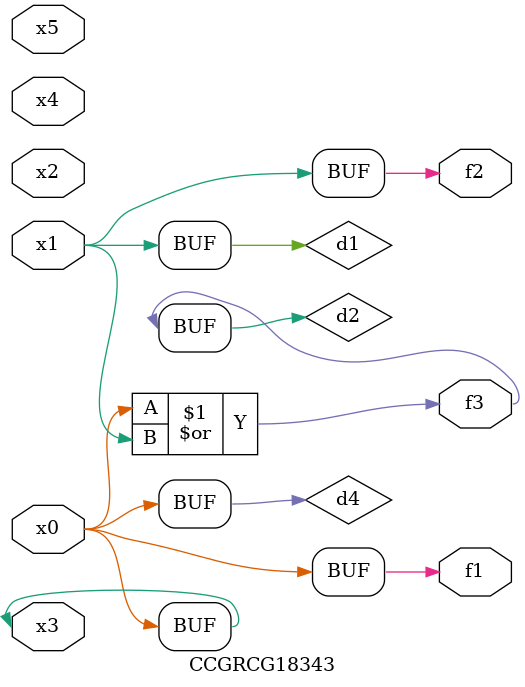
<source format=v>
module CCGRCG18343(
	input x0, x1, x2, x3, x4, x5,
	output f1, f2, f3
);

	wire d1, d2, d3, d4;

	and (d1, x1);
	or (d2, x0, x1);
	nand (d3, x0, x5);
	buf (d4, x0, x3);
	assign f1 = d4;
	assign f2 = d1;
	assign f3 = d2;
endmodule

</source>
